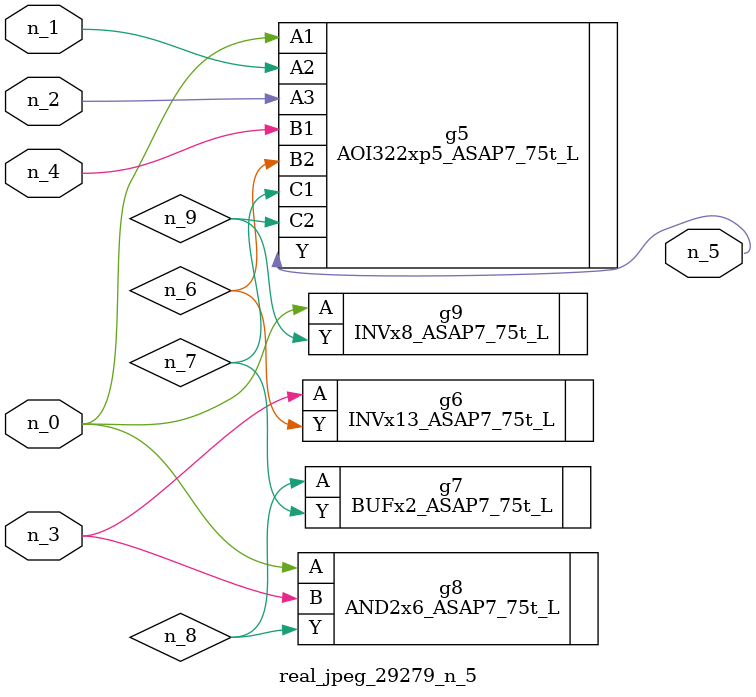
<source format=v>
module real_jpeg_29279_n_5 (n_4, n_0, n_1, n_2, n_3, n_5);

input n_4;
input n_0;
input n_1;
input n_2;
input n_3;

output n_5;

wire n_8;
wire n_6;
wire n_7;
wire n_9;

AOI322xp5_ASAP7_75t_L g5 ( 
.A1(n_0),
.A2(n_1),
.A3(n_2),
.B1(n_4),
.B2(n_6),
.C1(n_7),
.C2(n_9),
.Y(n_5)
);

AND2x6_ASAP7_75t_L g8 ( 
.A(n_0),
.B(n_3),
.Y(n_8)
);

INVx8_ASAP7_75t_L g9 ( 
.A(n_0),
.Y(n_9)
);

INVx13_ASAP7_75t_L g6 ( 
.A(n_3),
.Y(n_6)
);

BUFx2_ASAP7_75t_L g7 ( 
.A(n_8),
.Y(n_7)
);


endmodule
</source>
